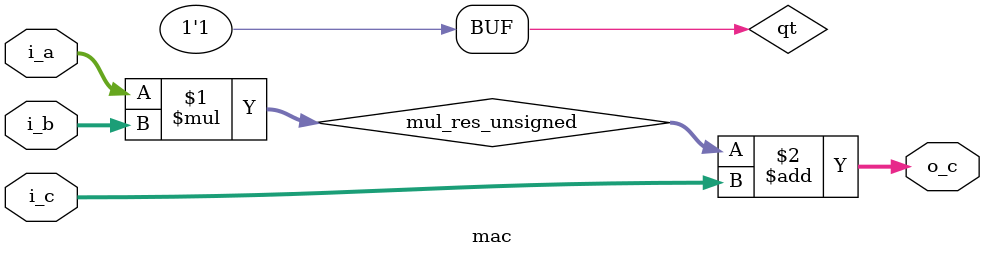
<source format=sv>
/******************************************************************************
*
*  Authors:   Chengyi Zhang
*     Date:   2023/4/20
*   Method:   
*  Version:   
*  Content:  
* 
******************************************************************************/

module pe # (IN_WIDTH=8, C_WIDTH=16, QT=1) (
    input                               i_clk                      ,
    input                               i_rstn                     ,

    input                               i_ctrl_sa_send_data        ,
    input              [IN_WIDTH-1: 0]  i_a                        ,
    input              [IN_WIDTH-1: 0]  i_b                        ,
    input              [C_WIDTH-1: 0]   i_c                        ,
    input              [IN_WIDTH-1: 0]  i_d                        ,

    output                              o_ctrl_sa_send_data        ,
    output             [IN_WIDTH-1: 0]  o_a                        ,
    output             [IN_WIDTH-1: 0]  o_b                        ,
    output             [C_WIDTH-1: 0]   o_c                        ,
    output             [IN_WIDTH-1: 0]  o_d
);

logic [ 2*IN_WIDTH-1: 0] i_data, data_r;
logic [   IN_WIDTH-1: 0] a_r, b_r, d_r;
logic [    C_WIDTH-1: 0] c_r     ;

assign i_data = {i_a, i_b};

lib_reg#(
    .WIDTH                              (2*IN_WIDTH                ),
    .RESET_VAL                          (0                         ) 
) u_pe (
    .clk                                (i_clk                     ),
    .rst                                (i_rstn                    ),
    .din                                (i_data                    ),
    .dout                               (data_r                    ),
    .wen                                (1'b1                      ) 
);

assign {a_r, b_r} = data_r;

always @ (posedge i_clk) begin
    if (!i_rstn) begin
        d_r <= 0;
    end else if (i_ctrl_sa_send_data) begin
        d_r <= 0;
    end else begin
        d_r <= i_d;
    end
end

logic [ C_WIDTH-1: 0] mac_c;

always @ (posedge i_clk) begin
    if (!i_rstn) begin
        c_r <= 0;
    end else if (i_ctrl_sa_send_data) begin
        c_r <= i_c;
    end else begin
        c_r <= mac_c;
    end
end

mac #(IN_WIDTH, C_WIDTH, QT) u_mac(i_a, i_b, c_r, mac_c);

assign o_a = a_r;
assign o_b = b_r;
assign o_c = c_r + d_r;
assign o_d = d_r;
assign o_ctrl_sa_send_data = i_ctrl_sa_send_data;

endmodule

module mac # (IN_WIDTH=8, C_WIDTH=16, QT=1) (
    input              [   IN_WIDTH-1: 0]        i_a                        ,
    input              [   IN_WIDTH-1: 0]        i_b                        ,
    input              [  C_WIDTH-1: 0]          i_c                        ,
    output             [  C_WIDTH-1: 0]          o_c                         
);
logic [IN_WIDTH-1:0] mul_res_unsigned;
wire qt = QT;

assign mul_res_unsigned = i_a * i_b;
assign o_c = qt? (mul_res_unsigned + i_c) : i_a * i_b + i_c;

endmodule
</source>
